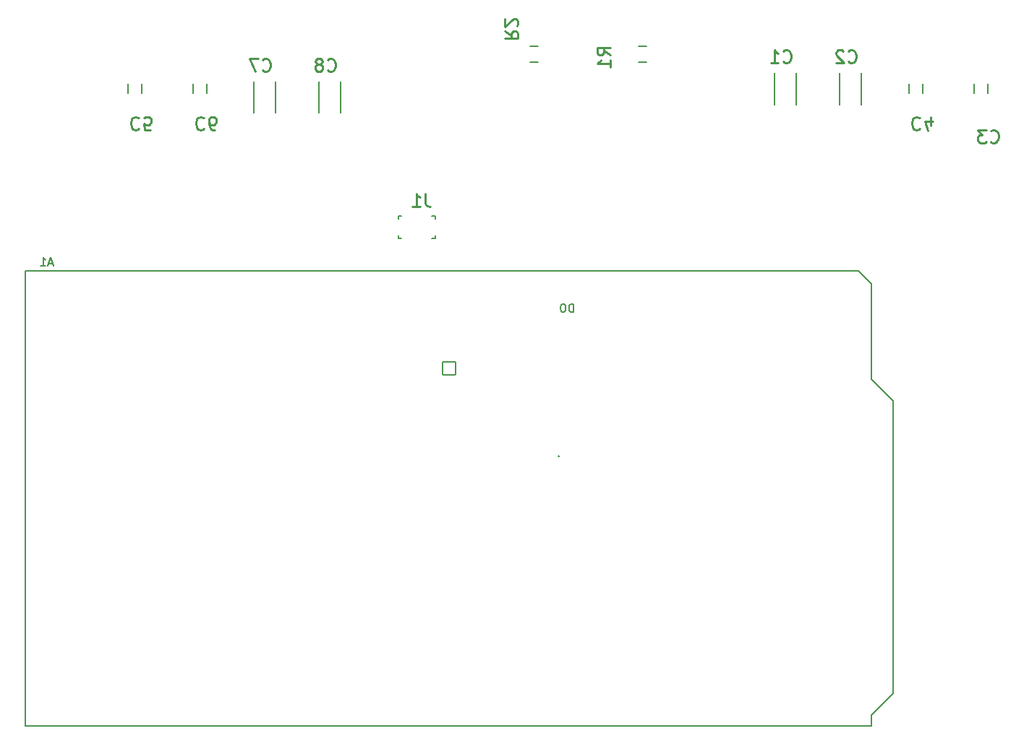
<source format=gbr>
%TF.GenerationSoftware,KiCad,Pcbnew,7.0.9*%
%TF.CreationDate,2024-01-29T19:21:26-08:00*%
%TF.ProjectId,V2_rampGen,56325f72-616d-4704-9765-6e2e6b696361,rev?*%
%TF.SameCoordinates,Original*%
%TF.FileFunction,Legend,Bot*%
%TF.FilePolarity,Positive*%
%FSLAX46Y46*%
G04 Gerber Fmt 4.6, Leading zero omitted, Abs format (unit mm)*
G04 Created by KiCad (PCBNEW 7.0.9) date 2024-01-29 19:21:26*
%MOMM*%
%LPD*%
G01*
G04 APERTURE LIST*
G04 Aperture macros list*
%AMRoundRect*
0 Rectangle with rounded corners*
0 $1 Rounding radius*
0 $2 $3 $4 $5 $6 $7 $8 $9 X,Y pos of 4 corners*
0 Add a 4 corners polygon primitive as box body*
4,1,4,$2,$3,$4,$5,$6,$7,$8,$9,$2,$3,0*
0 Add four circle primitives for the rounded corners*
1,1,$1+$1,$2,$3*
1,1,$1+$1,$4,$5*
1,1,$1+$1,$6,$7*
1,1,$1+$1,$8,$9*
0 Add four rect primitives between the rounded corners*
20,1,$1+$1,$2,$3,$4,$5,0*
20,1,$1+$1,$4,$5,$6,$7,0*
20,1,$1+$1,$6,$7,$8,$9,0*
20,1,$1+$1,$8,$9,$2,$3,0*%
G04 Aperture macros list end*
%ADD10C,0.150000*%
%ADD11C,0.254000*%
%ADD12C,0.200000*%
%ADD13C,2.950000*%
%ADD14R,1.700000X1.700000*%
%ADD15C,1.850000*%
%ADD16R,1.600000X1.600000*%
%ADD17C,1.600000*%
%ADD18C,3.200000*%
%ADD19O,1.727200X1.727200*%
%ADD20R,1.727200X1.727200*%
%ADD21R,1.500000X1.500000*%
%ADD22C,1.500000*%
%ADD23RoundRect,0.102000X-0.749300X0.749300X-0.749300X-0.749300X0.749300X-0.749300X0.749300X0.749300X0*%
%ADD24C,1.702600*%
%ADD25R,1.800000X1.150000*%
%ADD26R,1.455740X1.858220*%
%ADD27R,1.706200X1.553950*%
%ADD28R,3.430000X1.780000*%
G04 APERTURE END LIST*
D10*
X56467285Y-90593104D02*
X55991095Y-90593104D01*
X56562523Y-90878819D02*
X56229190Y-89878819D01*
X56229190Y-89878819D02*
X55895857Y-90878819D01*
X55038714Y-90878819D02*
X55610142Y-90878819D01*
X55324428Y-90878819D02*
X55324428Y-89878819D01*
X55324428Y-89878819D02*
X55419666Y-90021676D01*
X55419666Y-90021676D02*
X55514904Y-90116914D01*
X55514904Y-90116914D02*
X55610142Y-90164533D01*
X115697000Y-113135580D02*
X115744619Y-113183200D01*
X115744619Y-113183200D02*
X115697000Y-113230819D01*
X115697000Y-113230819D02*
X115649381Y-113183200D01*
X115649381Y-113183200D02*
X115697000Y-113135580D01*
X115697000Y-113135580D02*
X115697000Y-113230819D01*
X117451094Y-96339819D02*
X117451094Y-95339819D01*
X117451094Y-95339819D02*
X117212999Y-95339819D01*
X117212999Y-95339819D02*
X117070142Y-95387438D01*
X117070142Y-95387438D02*
X116974904Y-95482676D01*
X116974904Y-95482676D02*
X116927285Y-95577914D01*
X116927285Y-95577914D02*
X116879666Y-95768390D01*
X116879666Y-95768390D02*
X116879666Y-95911247D01*
X116879666Y-95911247D02*
X116927285Y-96101723D01*
X116927285Y-96101723D02*
X116974904Y-96196961D01*
X116974904Y-96196961D02*
X117070142Y-96292200D01*
X117070142Y-96292200D02*
X117212999Y-96339819D01*
X117212999Y-96339819D02*
X117451094Y-96339819D01*
X116260618Y-95339819D02*
X116165380Y-95339819D01*
X116165380Y-95339819D02*
X116070142Y-95387438D01*
X116070142Y-95387438D02*
X116022523Y-95435057D01*
X116022523Y-95435057D02*
X115974904Y-95530295D01*
X115974904Y-95530295D02*
X115927285Y-95720771D01*
X115927285Y-95720771D02*
X115927285Y-95958866D01*
X115927285Y-95958866D02*
X115974904Y-96149342D01*
X115974904Y-96149342D02*
X116022523Y-96244580D01*
X116022523Y-96244580D02*
X116070142Y-96292200D01*
X116070142Y-96292200D02*
X116165380Y-96339819D01*
X116165380Y-96339819D02*
X116260618Y-96339819D01*
X116260618Y-96339819D02*
X116355856Y-96292200D01*
X116355856Y-96292200D02*
X116403475Y-96244580D01*
X116403475Y-96244580D02*
X116451094Y-96149342D01*
X116451094Y-96149342D02*
X116498713Y-95958866D01*
X116498713Y-95958866D02*
X116498713Y-95720771D01*
X116498713Y-95720771D02*
X116451094Y-95530295D01*
X116451094Y-95530295D02*
X116403475Y-95435057D01*
X116403475Y-95435057D02*
X116355856Y-95387438D01*
X116355856Y-95387438D02*
X116260618Y-95339819D01*
D11*
X166239180Y-76315130D02*
X166311752Y-76387702D01*
X166311752Y-76387702D02*
X166529466Y-76460273D01*
X166529466Y-76460273D02*
X166674609Y-76460273D01*
X166674609Y-76460273D02*
X166892323Y-76387702D01*
X166892323Y-76387702D02*
X167037466Y-76242559D01*
X167037466Y-76242559D02*
X167110037Y-76097416D01*
X167110037Y-76097416D02*
X167182609Y-75807130D01*
X167182609Y-75807130D02*
X167182609Y-75589416D01*
X167182609Y-75589416D02*
X167110037Y-75299130D01*
X167110037Y-75299130D02*
X167037466Y-75153987D01*
X167037466Y-75153987D02*
X166892323Y-75008844D01*
X166892323Y-75008844D02*
X166674609Y-74936273D01*
X166674609Y-74936273D02*
X166529466Y-74936273D01*
X166529466Y-74936273D02*
X166311752Y-75008844D01*
X166311752Y-75008844D02*
X166239180Y-75081416D01*
X165731180Y-74936273D02*
X164787752Y-74936273D01*
X164787752Y-74936273D02*
X165295752Y-75516844D01*
X165295752Y-75516844D02*
X165078037Y-75516844D01*
X165078037Y-75516844D02*
X164932895Y-75589416D01*
X164932895Y-75589416D02*
X164860323Y-75661987D01*
X164860323Y-75661987D02*
X164787752Y-75807130D01*
X164787752Y-75807130D02*
X164787752Y-76169987D01*
X164787752Y-76169987D02*
X164860323Y-76315130D01*
X164860323Y-76315130D02*
X164932895Y-76387702D01*
X164932895Y-76387702D02*
X165078037Y-76460273D01*
X165078037Y-76460273D02*
X165513466Y-76460273D01*
X165513466Y-76460273D02*
X165658609Y-76387702D01*
X165658609Y-76387702D02*
X165731180Y-76315130D01*
X109398936Y-63364560D02*
X110124650Y-63872560D01*
X109398936Y-64235417D02*
X110922936Y-64235417D01*
X110922936Y-64235417D02*
X110922936Y-63654846D01*
X110922936Y-63654846D02*
X110850365Y-63509703D01*
X110850365Y-63509703D02*
X110777793Y-63437132D01*
X110777793Y-63437132D02*
X110632650Y-63364560D01*
X110632650Y-63364560D02*
X110414936Y-63364560D01*
X110414936Y-63364560D02*
X110269793Y-63437132D01*
X110269793Y-63437132D02*
X110197222Y-63509703D01*
X110197222Y-63509703D02*
X110124650Y-63654846D01*
X110124650Y-63654846D02*
X110124650Y-64235417D01*
X110777793Y-62783989D02*
X110850365Y-62711417D01*
X110850365Y-62711417D02*
X110922936Y-62566275D01*
X110922936Y-62566275D02*
X110922936Y-62203417D01*
X110922936Y-62203417D02*
X110850365Y-62058275D01*
X110850365Y-62058275D02*
X110777793Y-61985703D01*
X110777793Y-61985703D02*
X110632650Y-61913132D01*
X110632650Y-61913132D02*
X110487508Y-61913132D01*
X110487508Y-61913132D02*
X110269793Y-61985703D01*
X110269793Y-61985703D02*
X109398936Y-62856560D01*
X109398936Y-62856560D02*
X109398936Y-61913132D01*
X141982180Y-66959750D02*
X142054752Y-67032322D01*
X142054752Y-67032322D02*
X142272466Y-67104893D01*
X142272466Y-67104893D02*
X142417609Y-67104893D01*
X142417609Y-67104893D02*
X142635323Y-67032322D01*
X142635323Y-67032322D02*
X142780466Y-66887179D01*
X142780466Y-66887179D02*
X142853037Y-66742036D01*
X142853037Y-66742036D02*
X142925609Y-66451750D01*
X142925609Y-66451750D02*
X142925609Y-66234036D01*
X142925609Y-66234036D02*
X142853037Y-65943750D01*
X142853037Y-65943750D02*
X142780466Y-65798607D01*
X142780466Y-65798607D02*
X142635323Y-65653464D01*
X142635323Y-65653464D02*
X142417609Y-65580893D01*
X142417609Y-65580893D02*
X142272466Y-65580893D01*
X142272466Y-65580893D02*
X142054752Y-65653464D01*
X142054752Y-65653464D02*
X141982180Y-65726036D01*
X140530752Y-67104893D02*
X141401609Y-67104893D01*
X140966180Y-67104893D02*
X140966180Y-65580893D01*
X140966180Y-65580893D02*
X141111323Y-65798607D01*
X141111323Y-65798607D02*
X141256466Y-65943750D01*
X141256466Y-65943750D02*
X141401609Y-66016322D01*
X88642180Y-67963670D02*
X88714752Y-68036242D01*
X88714752Y-68036242D02*
X88932466Y-68108813D01*
X88932466Y-68108813D02*
X89077609Y-68108813D01*
X89077609Y-68108813D02*
X89295323Y-68036242D01*
X89295323Y-68036242D02*
X89440466Y-67891099D01*
X89440466Y-67891099D02*
X89513037Y-67745956D01*
X89513037Y-67745956D02*
X89585609Y-67455670D01*
X89585609Y-67455670D02*
X89585609Y-67237956D01*
X89585609Y-67237956D02*
X89513037Y-66947670D01*
X89513037Y-66947670D02*
X89440466Y-66802527D01*
X89440466Y-66802527D02*
X89295323Y-66657384D01*
X89295323Y-66657384D02*
X89077609Y-66584813D01*
X89077609Y-66584813D02*
X88932466Y-66584813D01*
X88932466Y-66584813D02*
X88714752Y-66657384D01*
X88714752Y-66657384D02*
X88642180Y-66729956D01*
X87771323Y-67237956D02*
X87916466Y-67165384D01*
X87916466Y-67165384D02*
X87989037Y-67092813D01*
X87989037Y-67092813D02*
X88061609Y-66947670D01*
X88061609Y-66947670D02*
X88061609Y-66875099D01*
X88061609Y-66875099D02*
X87989037Y-66729956D01*
X87989037Y-66729956D02*
X87916466Y-66657384D01*
X87916466Y-66657384D02*
X87771323Y-66584813D01*
X87771323Y-66584813D02*
X87481037Y-66584813D01*
X87481037Y-66584813D02*
X87335895Y-66657384D01*
X87335895Y-66657384D02*
X87263323Y-66729956D01*
X87263323Y-66729956D02*
X87190752Y-66875099D01*
X87190752Y-66875099D02*
X87190752Y-66947670D01*
X87190752Y-66947670D02*
X87263323Y-67092813D01*
X87263323Y-67092813D02*
X87335895Y-67165384D01*
X87335895Y-67165384D02*
X87481037Y-67237956D01*
X87481037Y-67237956D02*
X87771323Y-67237956D01*
X87771323Y-67237956D02*
X87916466Y-67310527D01*
X87916466Y-67310527D02*
X87989037Y-67383099D01*
X87989037Y-67383099D02*
X88061609Y-67528242D01*
X88061609Y-67528242D02*
X88061609Y-67818527D01*
X88061609Y-67818527D02*
X87989037Y-67963670D01*
X87989037Y-67963670D02*
X87916466Y-68036242D01*
X87916466Y-68036242D02*
X87771323Y-68108813D01*
X87771323Y-68108813D02*
X87481037Y-68108813D01*
X87481037Y-68108813D02*
X87335895Y-68036242D01*
X87335895Y-68036242D02*
X87263323Y-67963670D01*
X87263323Y-67963670D02*
X87190752Y-67818527D01*
X87190752Y-67818527D02*
X87190752Y-67528242D01*
X87190752Y-67528242D02*
X87263323Y-67383099D01*
X87263323Y-67383099D02*
X87335895Y-67310527D01*
X87335895Y-67310527D02*
X87481037Y-67237956D01*
X100101209Y-82426483D02*
X100101209Y-83515054D01*
X100101209Y-83515054D02*
X100173780Y-83732769D01*
X100173780Y-83732769D02*
X100318923Y-83877912D01*
X100318923Y-83877912D02*
X100536637Y-83950483D01*
X100536637Y-83950483D02*
X100681780Y-83950483D01*
X98577209Y-83950483D02*
X99448066Y-83950483D01*
X99012637Y-83950483D02*
X99012637Y-82426483D01*
X99012637Y-82426483D02*
X99157780Y-82644197D01*
X99157780Y-82644197D02*
X99302923Y-82789340D01*
X99302923Y-82789340D02*
X99448066Y-82861912D01*
X149602180Y-66959750D02*
X149674752Y-67032322D01*
X149674752Y-67032322D02*
X149892466Y-67104893D01*
X149892466Y-67104893D02*
X150037609Y-67104893D01*
X150037609Y-67104893D02*
X150255323Y-67032322D01*
X150255323Y-67032322D02*
X150400466Y-66887179D01*
X150400466Y-66887179D02*
X150473037Y-66742036D01*
X150473037Y-66742036D02*
X150545609Y-66451750D01*
X150545609Y-66451750D02*
X150545609Y-66234036D01*
X150545609Y-66234036D02*
X150473037Y-65943750D01*
X150473037Y-65943750D02*
X150400466Y-65798607D01*
X150400466Y-65798607D02*
X150255323Y-65653464D01*
X150255323Y-65653464D02*
X150037609Y-65580893D01*
X150037609Y-65580893D02*
X149892466Y-65580893D01*
X149892466Y-65580893D02*
X149674752Y-65653464D01*
X149674752Y-65653464D02*
X149602180Y-65726036D01*
X149021609Y-65726036D02*
X148949037Y-65653464D01*
X148949037Y-65653464D02*
X148803895Y-65580893D01*
X148803895Y-65580893D02*
X148441037Y-65580893D01*
X148441037Y-65580893D02*
X148295895Y-65653464D01*
X148295895Y-65653464D02*
X148223323Y-65726036D01*
X148223323Y-65726036D02*
X148150752Y-65871179D01*
X148150752Y-65871179D02*
X148150752Y-66016322D01*
X148150752Y-66016322D02*
X148223323Y-66234036D01*
X148223323Y-66234036D02*
X149094180Y-67104893D01*
X149094180Y-67104893D02*
X148150752Y-67104893D01*
X157971039Y-73566299D02*
X157898467Y-73493728D01*
X157898467Y-73493728D02*
X157680753Y-73421156D01*
X157680753Y-73421156D02*
X157535610Y-73421156D01*
X157535610Y-73421156D02*
X157317896Y-73493728D01*
X157317896Y-73493728D02*
X157172753Y-73638870D01*
X157172753Y-73638870D02*
X157100182Y-73784013D01*
X157100182Y-73784013D02*
X157027610Y-74074299D01*
X157027610Y-74074299D02*
X157027610Y-74292013D01*
X157027610Y-74292013D02*
X157100182Y-74582299D01*
X157100182Y-74582299D02*
X157172753Y-74727442D01*
X157172753Y-74727442D02*
X157317896Y-74872585D01*
X157317896Y-74872585D02*
X157535610Y-74945156D01*
X157535610Y-74945156D02*
X157680753Y-74945156D01*
X157680753Y-74945156D02*
X157898467Y-74872585D01*
X157898467Y-74872585D02*
X157971039Y-74800013D01*
X159277325Y-74437156D02*
X159277325Y-73421156D01*
X158914467Y-75017728D02*
X158551610Y-73929156D01*
X158551610Y-73929156D02*
X159495039Y-73929156D01*
X121699503Y-66166199D02*
X120973789Y-65658199D01*
X121699503Y-65295342D02*
X120175503Y-65295342D01*
X120175503Y-65295342D02*
X120175503Y-65875913D01*
X120175503Y-65875913D02*
X120248074Y-66021056D01*
X120248074Y-66021056D02*
X120320646Y-66093627D01*
X120320646Y-66093627D02*
X120465789Y-66166199D01*
X120465789Y-66166199D02*
X120683503Y-66166199D01*
X120683503Y-66166199D02*
X120828646Y-66093627D01*
X120828646Y-66093627D02*
X120901217Y-66021056D01*
X120901217Y-66021056D02*
X120973789Y-65875913D01*
X120973789Y-65875913D02*
X120973789Y-65295342D01*
X121699503Y-67617627D02*
X121699503Y-66746770D01*
X121699503Y-67182199D02*
X120175503Y-67182199D01*
X120175503Y-67182199D02*
X120393217Y-67037056D01*
X120393217Y-67037056D02*
X120538360Y-66891913D01*
X120538360Y-66891913D02*
X120610932Y-66746770D01*
X74151039Y-73566299D02*
X74078467Y-73493728D01*
X74078467Y-73493728D02*
X73860753Y-73421156D01*
X73860753Y-73421156D02*
X73715610Y-73421156D01*
X73715610Y-73421156D02*
X73497896Y-73493728D01*
X73497896Y-73493728D02*
X73352753Y-73638870D01*
X73352753Y-73638870D02*
X73280182Y-73784013D01*
X73280182Y-73784013D02*
X73207610Y-74074299D01*
X73207610Y-74074299D02*
X73207610Y-74292013D01*
X73207610Y-74292013D02*
X73280182Y-74582299D01*
X73280182Y-74582299D02*
X73352753Y-74727442D01*
X73352753Y-74727442D02*
X73497896Y-74872585D01*
X73497896Y-74872585D02*
X73715610Y-74945156D01*
X73715610Y-74945156D02*
X73860753Y-74945156D01*
X73860753Y-74945156D02*
X74078467Y-74872585D01*
X74078467Y-74872585D02*
X74151039Y-74800013D01*
X75457325Y-74945156D02*
X75167039Y-74945156D01*
X75167039Y-74945156D02*
X75021896Y-74872585D01*
X75021896Y-74872585D02*
X74949325Y-74800013D01*
X74949325Y-74800013D02*
X74804182Y-74582299D01*
X74804182Y-74582299D02*
X74731610Y-74292013D01*
X74731610Y-74292013D02*
X74731610Y-73711442D01*
X74731610Y-73711442D02*
X74804182Y-73566299D01*
X74804182Y-73566299D02*
X74876753Y-73493728D01*
X74876753Y-73493728D02*
X75021896Y-73421156D01*
X75021896Y-73421156D02*
X75312182Y-73421156D01*
X75312182Y-73421156D02*
X75457325Y-73493728D01*
X75457325Y-73493728D02*
X75529896Y-73566299D01*
X75529896Y-73566299D02*
X75602467Y-73711442D01*
X75602467Y-73711442D02*
X75602467Y-74074299D01*
X75602467Y-74074299D02*
X75529896Y-74219442D01*
X75529896Y-74219442D02*
X75457325Y-74292013D01*
X75457325Y-74292013D02*
X75312182Y-74364585D01*
X75312182Y-74364585D02*
X75021896Y-74364585D01*
X75021896Y-74364585D02*
X74876753Y-74292013D01*
X74876753Y-74292013D02*
X74804182Y-74219442D01*
X74804182Y-74219442D02*
X74731610Y-74074299D01*
X66531039Y-73566299D02*
X66458467Y-73493728D01*
X66458467Y-73493728D02*
X66240753Y-73421156D01*
X66240753Y-73421156D02*
X66095610Y-73421156D01*
X66095610Y-73421156D02*
X65877896Y-73493728D01*
X65877896Y-73493728D02*
X65732753Y-73638870D01*
X65732753Y-73638870D02*
X65660182Y-73784013D01*
X65660182Y-73784013D02*
X65587610Y-74074299D01*
X65587610Y-74074299D02*
X65587610Y-74292013D01*
X65587610Y-74292013D02*
X65660182Y-74582299D01*
X65660182Y-74582299D02*
X65732753Y-74727442D01*
X65732753Y-74727442D02*
X65877896Y-74872585D01*
X65877896Y-74872585D02*
X66095610Y-74945156D01*
X66095610Y-74945156D02*
X66240753Y-74945156D01*
X66240753Y-74945156D02*
X66458467Y-74872585D01*
X66458467Y-74872585D02*
X66531039Y-74800013D01*
X67909896Y-74945156D02*
X67184182Y-74945156D01*
X67184182Y-74945156D02*
X67111610Y-74219442D01*
X67111610Y-74219442D02*
X67184182Y-74292013D01*
X67184182Y-74292013D02*
X67329325Y-74364585D01*
X67329325Y-74364585D02*
X67692182Y-74364585D01*
X67692182Y-74364585D02*
X67837325Y-74292013D01*
X67837325Y-74292013D02*
X67909896Y-74219442D01*
X67909896Y-74219442D02*
X67982467Y-74074299D01*
X67982467Y-74074299D02*
X67982467Y-73711442D01*
X67982467Y-73711442D02*
X67909896Y-73566299D01*
X67909896Y-73566299D02*
X67837325Y-73493728D01*
X67837325Y-73493728D02*
X67692182Y-73421156D01*
X67692182Y-73421156D02*
X67329325Y-73421156D01*
X67329325Y-73421156D02*
X67184182Y-73493728D01*
X67184182Y-73493728D02*
X67111610Y-73566299D01*
X81022180Y-67963670D02*
X81094752Y-68036242D01*
X81094752Y-68036242D02*
X81312466Y-68108813D01*
X81312466Y-68108813D02*
X81457609Y-68108813D01*
X81457609Y-68108813D02*
X81675323Y-68036242D01*
X81675323Y-68036242D02*
X81820466Y-67891099D01*
X81820466Y-67891099D02*
X81893037Y-67745956D01*
X81893037Y-67745956D02*
X81965609Y-67455670D01*
X81965609Y-67455670D02*
X81965609Y-67237956D01*
X81965609Y-67237956D02*
X81893037Y-66947670D01*
X81893037Y-66947670D02*
X81820466Y-66802527D01*
X81820466Y-66802527D02*
X81675323Y-66657384D01*
X81675323Y-66657384D02*
X81457609Y-66584813D01*
X81457609Y-66584813D02*
X81312466Y-66584813D01*
X81312466Y-66584813D02*
X81094752Y-66657384D01*
X81094752Y-66657384D02*
X81022180Y-66729956D01*
X80514180Y-66584813D02*
X79498180Y-66584813D01*
X79498180Y-66584813D02*
X80151323Y-68108813D01*
D10*
%TO.C,A1*%
X53213000Y-91440000D02*
X53213000Y-144780000D01*
X53213000Y-91440000D02*
X150749000Y-91440000D01*
X53213000Y-144780000D02*
X152273000Y-144780000D01*
X150749000Y-91440000D02*
X152273000Y-92964000D01*
X152273000Y-104140000D02*
X152273000Y-92964000D01*
X152273000Y-143510000D02*
X154813000Y-140970000D01*
X152273000Y-144780000D02*
X152273000Y-143510000D01*
X154813000Y-106680000D02*
X152273000Y-104140000D01*
X154813000Y-140970000D02*
X154813000Y-106680000D01*
D12*
%TO.C,C3*%
X164300000Y-69530010D02*
X164300000Y-70629980D01*
X165900000Y-69530010D02*
X165900000Y-70629980D01*
%TO.C,R2*%
X113272110Y-65110870D02*
X112325400Y-65110870D01*
X113272110Y-66969080D02*
X112325400Y-66969080D01*
%TO.C,C1*%
X143540020Y-71969220D02*
X143540020Y-68263000D01*
X140939980Y-71969220D02*
X140939980Y-68263000D01*
%TO.C,C8*%
X90200020Y-72973140D02*
X90200020Y-69266920D01*
X87599980Y-72973140D02*
X87599980Y-69266920D01*
%TO.C,J1*%
X101224690Y-87699800D02*
X101224690Y-87299800D01*
X101224690Y-87699800D02*
X100824690Y-87699800D01*
X101224490Y-85420200D02*
X101224490Y-85020200D01*
X101224490Y-85020200D02*
X100824490Y-85020200D01*
X97295660Y-87699240D02*
X96895670Y-87699240D01*
X97293940Y-85020760D02*
X96893940Y-85020760D01*
X96895670Y-87699240D02*
X96895670Y-87299240D01*
X96893940Y-85420760D02*
X96893940Y-85020760D01*
%TO.C,C2*%
X151160020Y-71969220D02*
X151160020Y-68263000D01*
X148559980Y-71969220D02*
X148559980Y-68263000D01*
%TO.C,C4*%
X156680000Y-69530010D02*
X156680000Y-70629980D01*
X158280000Y-69530010D02*
X158280000Y-70629980D01*
%TO.C,R1*%
X125972110Y-65110870D02*
X125025400Y-65110870D01*
X125972110Y-66969080D02*
X125025400Y-66969080D01*
%TO.C,C6*%
X72860000Y-69530010D02*
X72860000Y-70629980D01*
X74460000Y-69530010D02*
X74460000Y-70629980D01*
%TO.C,C5*%
X65240000Y-69530010D02*
X65240000Y-70629980D01*
X66840000Y-69530010D02*
X66840000Y-70629980D01*
%TO.C,C7*%
X82580020Y-72973140D02*
X82580020Y-69266920D01*
X79979980Y-72973140D02*
X79979980Y-69266920D01*
%TD*%
%LPC*%
D13*
%TO.C,J8*%
X114300000Y-44063333D03*
X114300000Y-59563333D03*
%TD*%
%TO.C,J9*%
X66297223Y-43970904D03*
X66297223Y-59470904D03*
%TD*%
D14*
%TO.C,J7*%
X167640000Y-134620000D03*
D15*
X162590020Y-129570020D03*
X172689980Y-129570020D03*
X162590020Y-139670030D03*
X172689980Y-139670030D03*
%TD*%
D14*
%TO.C,J6*%
X167640000Y-111760000D03*
D15*
X162590020Y-106710020D03*
X172689980Y-106710020D03*
X162590020Y-116810030D03*
X172689980Y-116810030D03*
%TD*%
D13*
%TO.C,J5*%
X165317927Y-44035314D03*
X165317927Y-59535314D03*
%TD*%
D16*
%TO.C,U1*%
X109220000Y-71120000D03*
D17*
X113030000Y-72390000D03*
X109220000Y-73660000D03*
X113030000Y-74930000D03*
X109220000Y-76200000D03*
X113030000Y-77470000D03*
X109220000Y-78740000D03*
%TD*%
D18*
%TO.C,A1*%
X67183000Y-142240000D03*
X68453000Y-93980000D03*
D19*
X81153000Y-142240000D03*
D18*
X119253000Y-109220000D03*
X119253000Y-137160000D03*
X143383000Y-93980000D03*
X149733000Y-142240000D03*
D19*
X88773000Y-142240000D03*
X91313000Y-142240000D03*
X119380000Y-114300000D03*
X147193000Y-93980000D03*
X149733000Y-93980000D03*
X104013000Y-142240000D03*
X106553000Y-142240000D03*
X109093000Y-142240000D03*
X111633000Y-142240000D03*
X114173000Y-142240000D03*
X116713000Y-142240000D03*
X119253000Y-142240000D03*
X121793000Y-142240000D03*
X126873000Y-142240000D03*
X129413000Y-142240000D03*
X131953000Y-142240000D03*
X134493000Y-142240000D03*
X77089000Y-93980000D03*
X142113000Y-142240000D03*
X144653000Y-142240000D03*
X116713000Y-93980000D03*
X114173000Y-93980000D03*
X111633000Y-93980000D03*
X109093000Y-93980000D03*
X106553000Y-93980000D03*
X104013000Y-93980000D03*
X101473000Y-93980000D03*
X98933000Y-93980000D03*
X94869000Y-93980000D03*
X92329000Y-93980000D03*
X89789000Y-93980000D03*
X87249000Y-93980000D03*
X84709000Y-93980000D03*
X82169000Y-93980000D03*
X121793000Y-93980000D03*
X124333000Y-93980000D03*
X126873000Y-93980000D03*
X129413000Y-93980000D03*
X131953000Y-93980000D03*
X134493000Y-93980000D03*
X137033000Y-93980000D03*
X139573000Y-93980000D03*
X147193000Y-96520000D03*
X149733000Y-96520000D03*
X147193000Y-99060000D03*
X149733000Y-99060000D03*
X147193000Y-101600000D03*
X149733000Y-101600000D03*
X147193000Y-104140000D03*
X149733000Y-104140000D03*
X147193000Y-106680000D03*
X149733000Y-106680000D03*
X147193000Y-109220000D03*
X149733000Y-109220000D03*
X147193000Y-111760000D03*
X149733000Y-111760000D03*
X147193000Y-114300000D03*
X149733000Y-114300000D03*
X147193000Y-116840000D03*
X149733000Y-116840000D03*
X147193000Y-119380000D03*
X149733000Y-119380000D03*
X147193000Y-121920000D03*
X149733000Y-121920000D03*
X147193000Y-124460000D03*
X149733000Y-124460000D03*
X147193000Y-127000000D03*
X149733000Y-127000000D03*
X147193000Y-129540000D03*
X149733000Y-129540000D03*
X147193000Y-132080000D03*
X149733000Y-132080000D03*
X147193000Y-134620000D03*
X149733000Y-134620000D03*
X137033000Y-142240000D03*
X139573000Y-142240000D03*
D20*
X79629000Y-93980000D03*
X93853000Y-142240000D03*
X96393000Y-142240000D03*
X119380000Y-119380000D03*
X147193000Y-137160000D03*
X149733000Y-137160000D03*
D19*
X83693000Y-142240000D03*
X116840000Y-114300000D03*
X119380000Y-116840000D03*
X86233000Y-142240000D03*
X116840000Y-119380000D03*
X116840000Y-116840000D03*
X72009000Y-93980000D03*
X74549000Y-93980000D03*
X98933000Y-142240000D03*
%TD*%
D14*
%TO.C,J4*%
X167640000Y-88899990D03*
D15*
X162590020Y-83850010D03*
X172689980Y-83850010D03*
X162590020Y-93950020D03*
X172689980Y-93950020D03*
%TD*%
D21*
%TO.C,U2*%
X102870000Y-121920000D03*
D22*
X100330000Y-121920000D03*
X97790000Y-121920000D03*
X95250000Y-121920000D03*
X95250000Y-129540000D03*
X97790000Y-129540000D03*
X100330000Y-129540000D03*
X102870000Y-129540000D03*
%TD*%
D23*
%TO.C,U3*%
X102870000Y-102870000D03*
D24*
X100330000Y-102870000D03*
X97790000Y-102870000D03*
X95250000Y-102870000D03*
X95250000Y-110490000D03*
X97790000Y-110490000D03*
X100330000Y-110490000D03*
X102870000Y-110490000D03*
%TD*%
D25*
%TO.C,C3*%
X165100000Y-71579990D03*
X165100000Y-68580000D03*
%TD*%
D26*
%TO.C,R2*%
X111297510Y-66040000D03*
X114300000Y-66040000D03*
%TD*%
D27*
%TO.C,C1*%
X142240000Y-69039990D03*
X142240000Y-71192230D03*
%TD*%
%TO.C,C8*%
X88900000Y-70043910D03*
X88900000Y-72196150D03*
%TD*%
D28*
%TO.C,J1*%
X99060000Y-86360000D03*
%TD*%
D27*
%TO.C,C2*%
X149860000Y-69039990D03*
X149860000Y-71192230D03*
%TD*%
D25*
%TO.C,C4*%
X157480000Y-71579990D03*
X157480000Y-68580000D03*
%TD*%
D26*
%TO.C,R1*%
X123997510Y-66040000D03*
X127000000Y-66040000D03*
%TD*%
D25*
%TO.C,C6*%
X73660000Y-71579990D03*
X73660000Y-68580000D03*
%TD*%
%TO.C,C5*%
X66040000Y-71579990D03*
X66040000Y-68580000D03*
%TD*%
D27*
%TO.C,C7*%
X81280000Y-70043910D03*
X81280000Y-72196150D03*
%TD*%
%LPD*%
M02*

</source>
